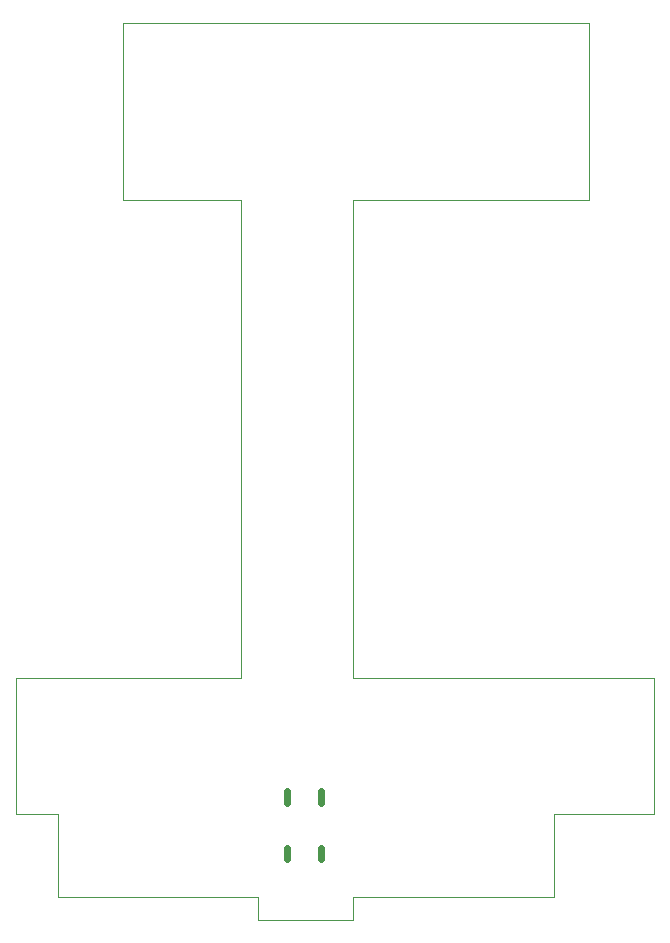
<source format=gbr>
%TF.GenerationSoftware,KiCad,Pcbnew,8.0.8*%
%TF.CreationDate,2025-01-17T17:00:29+08:00*%
%TF.ProjectId,The Button,54686520-4275-4747-946f-6e2e6b696361,rev?*%
%TF.SameCoordinates,Original*%
%TF.FileFunction,Profile,NP*%
%FSLAX46Y46*%
G04 Gerber Fmt 4.6, Leading zero omitted, Abs format (unit mm)*
G04 Created by KiCad (PCBNEW 8.0.8) date 2025-01-17 17:00:29*
%MOMM*%
%LPD*%
G01*
G04 APERTURE LIST*
%TA.AperFunction,Profile*%
%ADD10C,0.050000*%
%TD*%
%TA.AperFunction,Profile*%
%ADD11C,0.609600*%
%TD*%
G04 APERTURE END LIST*
D10*
X167000000Y-98000000D02*
X150000000Y-98000000D01*
X192000000Y-98000000D02*
X175000000Y-98000000D01*
X167000000Y-100000000D02*
X167000000Y-98000000D01*
X175000000Y-100000000D02*
X167000000Y-100000000D01*
X175000000Y-98000000D02*
X175000000Y-100000000D01*
X155500000Y-24000000D02*
X195000000Y-24000000D01*
X150000000Y-91000000D02*
X146500000Y-91000000D01*
X200500000Y-79500000D02*
X175000000Y-79500000D01*
X195000000Y-39000000D02*
X195000000Y-24000000D01*
X146500000Y-79500000D02*
X165500000Y-79500000D01*
X200500000Y-91000000D02*
X200500000Y-79500000D01*
X192000000Y-91000000D02*
X200500000Y-91000000D01*
X175000000Y-39000000D02*
X195000000Y-39000000D01*
X192000000Y-98000000D02*
X192000000Y-91000000D01*
X146500000Y-91000000D02*
X146500000Y-79500000D01*
X150000000Y-98000000D02*
X150000000Y-91000000D01*
X165500000Y-39000000D02*
X155500000Y-39000000D01*
X155500000Y-39000000D02*
X155500000Y-24000000D01*
X175000000Y-79500000D02*
X175000000Y-39000000D01*
X165500000Y-79500000D02*
X165500000Y-39000000D01*
D11*
%TO.C,J2*%
X169460000Y-90045299D02*
X169460000Y-89054699D01*
X169460000Y-94845299D02*
X169460000Y-93854699D01*
X172320000Y-90045298D02*
X172320000Y-89054698D01*
X172320000Y-94845299D02*
X172320000Y-93854699D01*
%TD*%
M02*

</source>
